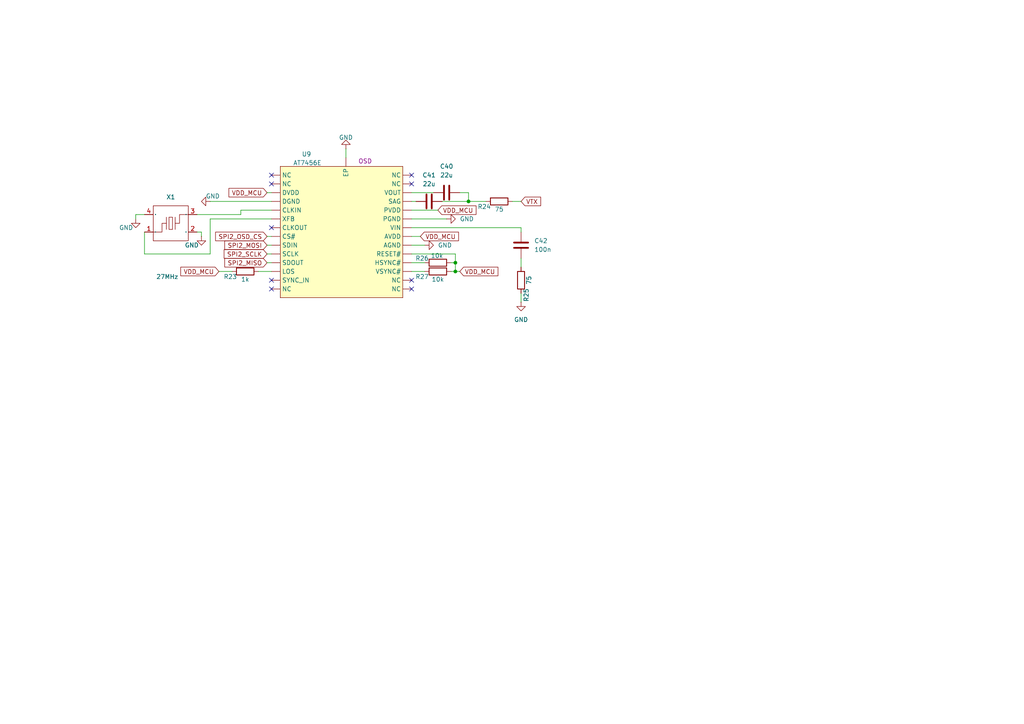
<source format=kicad_sch>
(kicad_sch (version 20250114) (generator "eeschema") (generator_version "9.0")
  (paper "A4")
  (lib_symbols
    (symbol "Device:C" (pin_numbers (hide yes)) (pin_names (offset 0.254))
      (property "Reference" "C" (at 0.635 2.54 0))
      (property "Value" "C" (at 0.635 -2.54 0))
      (symbol "C_0_1"
        (polyline (pts (xy -2.032 0.762) (xy 2.032 0.762)) (stroke (width 0.508)))
        (polyline (pts (xy -2.032 -0.762) (xy 2.032 -0.762)) (stroke (width 0.508)))
      )
      (symbol "C_1_1"
        (pin passive line (at 0 3.81 270) (length 2.794) (name "~") (number "1"))
        (pin passive line (at 0 -3.81 90) (length 2.794) (name "~") (number "2"))
      )
    )
    (symbol "Device:R" (pin_numbers (hide yes)) (pin_names (offset 0))
      (property "Reference" "R" (at 2.032 0 90))
      (property "Value" "R" (at 0 0 90))
      (symbol "R_0_1"
        (rectangle (start -1.016 -2.54) (end 1.016 2.54) (stroke (width 0.254)))
      )
      (symbol "R_1_1"
        (pin passive line (at 0 3.81 270) (length 1.27) (name "~") (number "1"))
        (pin passive line (at 0 -3.81 90) (length 1.27) (name "~") (number "2"))
      )
    )
    (symbol "fch7_sym:XL7EL89COI-111YLC-27M"
      (property "Reference" "X" (at 0.508 -13.462 0))
      (symbol "XL7EL89COI-111YLC-27M_1_0"
        (rectangle (start -5.08 5.08) (end 5.08 -5.08))
        (polyline (pts (xy -5.08 -2.54) (xy -2.54 -2.54) (xy -2.54 -2.54) (xy -2.54 0) (xy -2.54 0) (xy -1.27 0)))
        (polyline (pts (xy -1.27 -1.778) (xy -1.27 1.778)))
        (rectangle (start -0.508 1.778) (end 0.508 -1.778))
        (polyline (pts (xy 1.27 -1.778) (xy 1.27 1.778)))
        (polyline (pts (xy 5.08 2.54) (xy 2.54 2.54) (xy 2.54 2.54) (xy 2.54 0) (xy 2.54 0) (xy 1.27 0)))
        (pin power_in line (at -7.62 2.54 0) (length 2.54) (name "GND") (number "4"))
        (pin passive line (at -7.62 -2.54 0) (length 2.54) (name "1") (number "1"))
        (pin output line (at 7.62 2.54 180) (length 2.54) (name "3") (number "3"))
        (pin power_in line (at 7.62 -2.54 180) (length 2.54) (name "GND") (number "2"))
      )
    )
    (symbol "fclib:AT7456E"
      (property "Reference" "U9" (at 8.89 2.286 0))
      (property "Value" "AT7456E" (at 9.144 -0.254 0))
      (property "Description" "OSD" (at 25.908 0.254 0))
      (symbol "AT7456E_0_1"
        (rectangle (start 1.27 -1.27) (end 36.83 -39.37) (fill (type color) (color 255 255 194 1)))
      )
      (symbol "AT7456E_1_1"
        (pin input line (at -1.27 -3.81 0) (length 2.54) (name "NC") (number ""))
        (pin input line (at -1.27 -6.35 0) (length 2.54) (name "NC") (number ""))
        (pin input line (at -1.27 -8.89 0) (length 2.54) (name "DVDD") (number ""))
        (pin input line (at -1.27 -11.43 0) (length 2.54) (name "DGND") (number ""))
        (pin input line (at -1.27 -13.97 0) (length 2.54) (name "CLKIN") (number ""))
        (pin input line (at -1.27 -16.51 0) (length 2.54) (name "XFB") (number ""))
        (pin input line (at -1.27 -19.05 0) (length 2.54) (name "CLKOUT") (number ""))
        (pin input line (at -1.27 -21.59 0) (length 2.54) (name "CS#") (number ""))
        (pin input line (at -1.27 -24.13 0) (length 2.54) (name "SDIN") (number ""))
        (pin input line (at -1.27 -26.67 0) (length 2.54) (name "SCLK") (number ""))
        (pin input line (at -1.27 -29.21 0) (length 2.54) (name "SDOUT") (number ""))
        (pin input line (at -1.27 -31.75 0) (length 2.54) (name "LOS") (number ""))
        (pin input line (at -1.27 -34.29 0) (length 2.54) (name "SYNC_IN") (number ""))
        (pin input line (at -1.27 -36.83 0) (length 2.54) (name "NC") (number ""))
        (pin input line (at 20.32 1.27 270) (length 2.54) (name "EP") (number ""))
        (pin input line (at 39.37 -3.81 180) (length 2.54) (name "NC") (number ""))
        (pin input line (at 39.37 -6.35 180) (length 2.54) (name "NC") (number ""))
        (pin input line (at 39.37 -8.89 180) (length 2.54) (name "VOUT") (number ""))
        (pin input line (at 39.37 -11.43 180) (length 2.54) (name "SAG") (number ""))
        (pin input line (at 39.37 -13.97 180) (length 2.54) (name "PVDD") (number ""))
        (pin input line (at 39.37 -16.51 180) (length 2.54) (name "PGND") (number ""))
        (pin input line (at 39.37 -19.05 180) (length 2.54) (name "VIN") (number ""))
        (pin input line (at 39.37 -21.59 180) (length 2.54) (name "AVDD") (number ""))
        (pin input line (at 39.37 -24.13 180) (length 2.54) (name "AGND") (number ""))
        (pin input line (at 39.37 -26.67 180) (length 2.54) (name "RESET#") (number ""))
        (pin input line (at 39.37 -29.21 180) (length 2.54) (name "HSYNC#") (number ""))
        (pin input line (at 39.37 -31.75 180) (length 2.54) (name "VSYNC#") (number ""))
        (pin input line (at 39.37 -34.29 180) (length 2.54) (name "NC") (number ""))
        (pin input line (at 39.37 -36.83 180) (length 2.54) (name "NC") (number ""))
      )
    )
    (symbol "power:GND" (power) (pin_numbers (hide yes)) (pin_names (offset 0) (hide yes))
      (property "Value" "GND" (at 0 -3.81 0))
      (symbol "GND_0_1"
        (polyline (pts (xy 0 0) (xy 0 -1.27) (xy 1.27 -1.27) (xy 0 -2.54) (xy -1.27 -1.27) (xy 0 -1.27)))
      )
      (symbol "GND_1_1"
        (pin power_in line (at 0 0 270) (length 0) (name "~") (number "1"))
      )
    )
  )
  (junction (at 135.89 58.42))
  (junction (at 132.08 78.74))
  (junction (at 132.08 76.2))
  (no_connect (at 78.74 66.04))
  (no_connect (at 119.38 53.34))
  (no_connect (at 78.74 53.34))
  (no_connect (at 78.74 50.8))
  (no_connect (at 119.38 83.82))
  (no_connect (at 78.74 81.28))
  (no_connect (at 119.38 50.8))
  (no_connect (at 119.38 81.28))
  (no_connect (at 78.74 83.82))
  (wire (pts (xy 57.15 62.23) (xy 69.85 62.23)))
  (wire (pts (xy 39.37 62.23) (xy 41.91 62.23)))
  (wire (pts (xy 151.13 74.93) (xy 151.13 77.47)))
  (wire (pts (xy 58.42 67.31) (xy 57.15 67.31)))
  (wire (pts (xy 119.38 78.74) (xy 123.19 78.74)))
  (wire (pts (xy 60.96 58.42) (xy 78.74 58.42)))
  (wire (pts (xy 119.38 55.88) (xy 125.73 55.88)))
  (wire (pts (xy 151.13 66.04) (xy 119.38 66.04)))
  (wire (pts (xy 77.47 76.2) (xy 78.74 76.2)))
  (wire (pts (xy 77.47 55.88) (xy 78.74 55.88)))
  (wire (pts (xy 148.59 58.42) (xy 151.13 58.42)))
  (wire (pts (xy 60.96 73.66) (xy 60.96 63.5)))
  (wire (pts (xy 74.93 78.74) (xy 78.74 78.74)))
  (wire (pts (xy 69.85 60.96) (xy 78.74 60.96)))
  (wire (pts (xy 69.85 62.23) (xy 69.85 60.96)))
  (wire (pts (xy 119.38 71.12) (xy 123.19 71.12)))
  (wire (pts (xy 77.47 71.12) (xy 78.74 71.12)))
  (wire (pts (xy 119.38 73.66) (xy 132.08 73.66)))
  (wire (pts (xy 132.08 76.2) (xy 132.08 78.74)))
  (wire (pts (xy 130.81 78.74) (xy 132.08 78.74)))
  (wire (pts (xy 41.91 67.31) (xy 41.91 73.66)))
  (wire (pts (xy 100.33 43.18) (xy 100.33 45.72)))
  (wire (pts (xy 77.47 68.58) (xy 78.74 68.58)))
  (wire (pts (xy 58.42 68.58) (xy 58.42 67.31)))
  (wire (pts (xy 60.96 63.5) (xy 78.74 63.5)))
  (wire (pts (xy 119.38 76.2) (xy 123.19 76.2)))
  (wire (pts (xy 119.38 58.42) (xy 120.65 58.42)))
  (wire (pts (xy 133.35 55.88) (xy 135.89 55.88)))
  (wire (pts (xy 130.81 76.2) (xy 132.08 76.2)))
  (wire (pts (xy 132.08 73.66) (xy 132.08 76.2)))
  (wire (pts (xy 77.47 73.66) (xy 78.74 73.66)))
  (wire (pts (xy 119.38 60.96) (xy 127 60.96)))
  (wire (pts (xy 41.91 73.66) (xy 60.96 73.66)))
  (wire (pts (xy 63.5 78.74) (xy 67.31 78.74)))
  (wire (pts (xy 128.27 58.42) (xy 135.89 58.42)))
  (wire (pts (xy 119.38 63.5) (xy 129.54 63.5)))
  (wire (pts (xy 132.08 78.74) (xy 133.35 78.74)))
  (wire (pts (xy 151.13 85.09) (xy 151.13 87.63)))
  (wire (pts (xy 151.13 66.04) (xy 151.13 67.31)))
  (wire (pts (xy 135.89 55.88) (xy 135.89 58.42)))
  (wire (pts (xy 39.37 63.5) (xy 39.37 62.23)))
  (wire (pts (xy 119.38 68.58) (xy 121.92 68.58)))
  (wire (pts (xy 135.89 58.42) (xy 140.97 58.42)))
  (global_label "SPI2_OSD_CS" (shape input) (at 77.47 68.58 180) (property "Intersheetrefs" "${INTERSHEET_REFS}" (effects (hide yes))))
  (global_label "VDD_MCU" (shape input) (at 63.5 78.74 180) (property "Intersheetrefs" "${INTERSHEET_REFS}" (effects (hide yes))))
  (global_label "SPI2_MOSI" (shape input) (at 77.47 71.12 180) (property "Intersheetrefs" "${INTERSHEET_REFS}" (effects (hide yes))))
  (global_label "VTX" (shape input) (at 151.13 58.42 0) (property "Intersheetrefs" "${INTERSHEET_REFS}" (effects (hide yes))))
  (global_label "VDD_MCU" (shape input) (at 121.92 68.58 0) (property "Intersheetrefs" "${INTERSHEET_REFS}" (effects (hide yes))))
  (global_label "VDD_MCU" (shape input) (at 77.47 55.88 180) (property "Intersheetrefs" "${INTERSHEET_REFS}" (effects (hide yes))))
  (global_label "VDD_MCU" (shape input) (at 127 60.96 0) (property "Intersheetrefs" "${INTERSHEET_REFS}" (effects (hide yes))))
  (global_label "SPI2_MISO" (shape input) (at 77.47 76.2 180) (property "Intersheetrefs" "${INTERSHEET_REFS}" (effects (hide yes))))
  (global_label "VDD_MCU" (shape input) (at 133.35 78.74 0) (property "Intersheetrefs" "${INTERSHEET_REFS}" (effects (hide yes))))
  (global_label "SPI2_SCLK" (shape input) (at 77.47 73.66 180) (property "Intersheetrefs" "${INTERSHEET_REFS}" (effects (hide yes))))
  (symbol (lib_id "Device:R") (at 71.12 78.74 90) (unit 1)
    (property "Reference" "R23" (at 66.802 80.264 90))
    (property "Value" "1k" (at 71.12 81.026 90))
    (property "Footprint" "Resistor_SMD:R_0603_1608Metric" (effects (hide yes)))
    (property "Datasheet" "https://www.mouser.com/catalog/specsheets/YAGEO_PYu_RC_Group_51_RoHS_L_12.pdf?_gl=1*6242pv*_gcl_aw*R0NMLjE3NjQwNzA0OTIuQ2owS0NRaUF4SlhKQmhEX0FSSXNBSF9KR2pqWURwNlUzT2RwVlk2WnNicnZLc0NnRDN4R3pGSUk1ODUxekE4ZVlPNU5YaS0yclRsUG5FOGFBcFZYRUFMd193Y0I.*_gcl_au*MTcwNjU0NjQ2MC4xNzYzNjY0MzgyLjQ3NDEzNDk5OS4xNzY0MDY4Mzg1LjE3NjQwNzAyODU.*_ga*NzE1NjU0OTQ0LjE3NjM2NjQzODU.*_ga_15W4STQT4T*czE3NjQwNjc4ODckbzExJGcxJHQxNzY0MDcxMTY1JGo1OSRsMCRoMA.." (effects (hide yes)))
    (property "Description" "Resistor" (effects (hide yes)))
    (property "MPN" "RC0603FR-071KL" (effects (hide yes)))
    (property "Manufacturer" "YAGEO" (effects (hide yes)))
  )
  (symbol (lib_id "fch7_sym:XL7EL89COI-111YLC-27M") (at 49.53 64.77 0) (unit 1)
    (property "Reference" "X1" (at 49.53 57.15 0))
    (property "Value" "27MHz" (at 48.514 80.264 0))
    (property "Footprint" "ProLib_pcs_2025-11-25:CRYSTAL-SMD_4P-L2.0-W1.6-BL" (effects (hide yes)))
    (property "Datasheet" "https://item.szlcsc.com/datasheet/XL7EL89COI-111YLC-27M/19392660.html" (effects (hide yes)))
    (property "Description" "Type:Crystal Oscillator Frequency:27MHz Normal temperature Frequency Tolerance:±10ppm Normal temperature Frequency Tolerance:±10ppm Load Capacitance:12pF Frequency Stability:±20ppm Frequency Stability:±20ppm Operating Temperature:-40°C~+85°C Operating Tempe" (effects (hide yes)))
    (property "Manufacturer Part" "XL7EL89COI-111YLC-27M" (effects (hide yes)))
    (property "Manufacturer" "YXC(扬兴晶振)" (effects (hide yes)))
    (property "Supplier Part" "C18214311" (effects (hide yes)))
    (property "Supplier" "LCSC" (effects (hide yes)))
    (property "LCSC Part Name" "YSX211SL 27MHZ 4P 2016 12PF ±10PPM -40~85°C (±20PPM)" (effects (hide yes)))
    (property "MPN" "XL7EL89COI-111YLC-27M" (effects (hide yes)))
  )
  (symbol (lib_id "power:GND") (at 58.42 68.58 0) (unit 1)
    (property "Reference" "#PWR042" (effects (hide yes)))
    (property "Value" "GND" (at 55.626 71.12 0))
    (property "Description" "Power symbol creates a global label with name \"GND\" , ground" (effects (hide yes)))
  )
  (symbol (lib_id "Device:R") (at 127 78.74 90) (unit 1)
    (property "Reference" "R27" (at 122.428 80.264 90))
    (property "Value" "10k" (at 127 81.026 90))
    (property "Footprint" "Resistor_SMD:R_0603_1608Metric" (effects (hide yes)))
    (property "Datasheet" "https://www.lcsc.com/datasheet/C25804.pdf" (effects (hide yes)))
    (property "Description" "Resistor" (effects (hide yes)))
    (property "MPN" "0603WAF1002T5E" (effects (hide yes)))
    (property "Manufacturer" "UNI-ROYAL" (effects (hide yes)))
  )
  (symbol (lib_id "Device:R") (at 144.78 58.42 90) (unit 1)
    (property "Reference" "R24" (at 140.462 59.944 90))
    (property "Value" "75" (at 144.78 60.706 90))
    (property "Footprint" "Resistor_SMD:R_0603_1608Metric" (effects (hide yes)))
    (property "Datasheet" "https://www.lcsc.com/datasheet/C4275.pdf" (effects (hide yes)))
    (property "Description" "Resistor" (effects (hide yes)))
    (property "MPN" "0603WAF750JT5E" (effects (hide yes)))
    (property "Manufacturer" "UNI-ROYAL" (effects (hide yes)))
  )
  (symbol (lib_id "power:GND") (at 100.33 43.18 180) (unit 1)
    (property "Reference" "#PWR034" (effects (hide yes)))
    (property "Value" "GND" (at 100.33 39.878 0))
    (property "Description" "Power symbol creates a global label with name \"GND\" , ground" (effects (hide yes)))
  )
  (symbol (lib_id "power:GND") (at 123.19 71.12 90) (unit 1)
    (property "Reference" "#PWR036" (effects (hide yes)))
    (property "Value" "GND" (at 127 71.1199 90) (effects (justify right)))
    (property "Description" "Power symbol creates a global label with name \"GND\" , ground" (effects (hide yes)))
  )
  (symbol (lib_id "Device:C") (at 129.54 55.88 90) (unit 1)
    (property "Reference" "C40" (at 129.54 48.26 90))
    (property "Value" "22u" (at 129.54 50.8 90))
    (property "Footprint" "Capacitor_SMD:C_0805_2012Metric" (effects (hide yes)))
    (property "Datasheet" "https://www.samsungsem.com/resources/file/global/support/product_catalog/MLCC.pdf" (effects (hide yes)))
    (property "Description" "Unpolarized capacitor" (effects (hide yes)))
    (property "MPN" "CL21A226MAQNNNE" (effects (hide yes)))
    (property "Manufacturer" "SAMSUNG" (effects (hide yes)))
  )
  (symbol (lib_id "power:GND") (at 129.54 63.5 90) (unit 1)
    (property "Reference" "#PWR035" (effects (hide yes)))
    (property "Value" "GND" (at 133.35 63.4999 90) (effects (justify right)))
    (property "Description" "Power symbol creates a global label with name \"GND\" , ground" (effects (hide yes)))
  )
  (symbol (lib_id "fclib:AT7456E") (at 80.01 46.99 0) (unit 1)
    (property "Reference" "U9" (at 88.9 44.704 0))
    (property "Value" "AT7456E" (at 89.154 47.244 0))
    (property "Footprint" "fch7_fp:TSSOP-28_L9.7-W4.4-P0.65-LS6.4-BL-EP-2" (effects (hide yes)))
    (property "Datasheet" "https://www.lcsc.com/datasheet/C82351.pdf" (effects (hide yes)))
    (property "Description" "OSD" (at 105.918 46.736 0))
    (property "MPN" "AT7456E" (effects (hide yes)))
    (property "Manufacturer" "ZHONGKEWEI" (effects (hide yes)))
  )
  (symbol (lib_id "Device:R") (at 151.13 81.28 180) (unit 1)
    (property "Reference" "R25" (at 152.654 85.598 90))
    (property "Value" "75" (at 153.416 81.28 90))
    (property "Footprint" "Resistor_SMD:R_0603_1608Metric" (effects (hide yes)))
    (property "Datasheet" "https://www.lcsc.com/datasheet/C4275.pdf" (effects (hide yes)))
    (property "Description" "Resistor" (effects (hide yes)))
    (property "MPN" "0603WAF750JT5E" (effects (hide yes)))
    (property "Manufacturer" "UNI-ROYAL" (effects (hide yes)))
  )
  (symbol (lib_id "Device:C") (at 151.13 71.12 180) (unit 1)
    (property "Reference" "C42" (at 154.94 69.8499 0) (effects (justify right)))
    (property "Value" "100n" (at 154.94 72.3899 0) (effects (justify right)))
    (property "Footprint" "Capacitor_SMD:C_0603_1608Metric" (effects (hide yes)))
    (property "Datasheet" "https://www.lcsc.com/datasheet/C30926.pdf" (effects (hide yes)))
    (property "Description" "Unpolarized capacitor" (effects (hide yes)))
    (property "MPN" "0603B104K500NT " (effects (hide yes)))
    (property "Manufacturer" "FH" (effects (hide yes)))
  )
  (symbol (lib_id "power:GND") (at 60.96 58.42 270) (unit 1)
    (property "Reference" "#PWR033" (effects (hide yes)))
    (property "Value" "GND" (at 61.722 56.896 90))
    (property "Description" "Power symbol creates a global label with name \"GND\" , ground" (effects (hide yes)))
  )
  (symbol (lib_id "Device:R") (at 127 76.2 90) (unit 1)
    (property "Reference" "R26" (at 122.428 74.93 90))
    (property "Value" "10k" (at 126.746 74.168 90))
    (property "Footprint" "Resistor_SMD:R_0603_1608Metric" (effects (hide yes)))
    (property "Datasheet" "https://www.lcsc.com/datasheet/C25804.pdf" (effects (hide yes)))
    (property "Description" "Resistor" (effects (hide yes)))
    (property "MPN" "0603WAF1002T5E" (effects (hide yes)))
    (property "Manufacturer" "UNI-ROYAL" (effects (hide yes)))
  )
  (symbol (lib_id "power:GND") (at 39.37 63.5 0) (unit 1)
    (property "Reference" "#PWR068" (effects (hide yes)))
    (property "Value" "GND" (at 36.576 66.04 0))
    (property "Description" "Power symbol creates a global label with name \"GND\" , ground" (effects (hide yes)))
  )
  (symbol (lib_id "Device:C") (at 124.46 58.42 90) (unit 1)
    (property "Reference" "C41" (at 124.46 50.8 90))
    (property "Value" "22u" (at 124.46 53.34 90))
    (property "Footprint" "Capacitor_SMD:C_0805_2012Metric" (effects (hide yes)))
    (property "Datasheet" "https://www.samsungsem.com/resources/file/global/support/product_catalog/MLCC.pdf" (effects (hide yes)))
    (property "Description" "Unpolarized capacitor" (effects (hide yes)))
    (property "MPN" "CL21A226MAQNNNE" (effects (hide yes)))
    (property "Manufacturer" "SAMSUNG" (effects (hide yes)))
  )
  (symbol (lib_id "power:GND") (at 151.13 87.63 0) (unit 1)
    (property "Reference" "#PWR037" (effects (hide yes)))
    (property "Value" "GND" (at 151.13 92.71 0))
    (property "Description" "Power symbol creates a global label with name \"GND\" , ground" (effects (hide yes)))
  )
)
</source>
